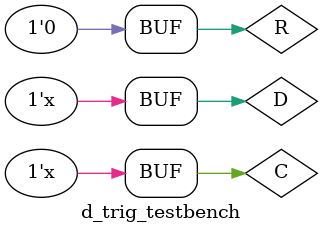
<source format=v>
module d_trig_testbench ( );

    parameter INIT_VAL  = 0;
    parameter RESET_VAL = 1;
    
    reg D, C, R;
    wire Q, notQ;
    
    d_trig #(
        .INIT_VAL(INIT_VAL),
        .RESET_VAL(RESET_VAL)
    )
    d_trig_i (
        .D(D),
        .C(C),
        .R(R),
        .Q(Q),
        .notQ(notQ)
    );
    
    // Clock generation
    always
        #5 C = !C;
        
    // Data generation
    always
        #30 D = !D;
        
    // Simulation
    initial begin
        D = INIT_VAL;
        C = 0;
        R = ~RESET_VAL;
        
        // Reset
        #2 R = RESET_VAL;
        #2 R = ~RESET_VAL;
        
        #40 R = RESET_VAL;
        #2  R = ~RESET_VAL;
    end

endmodule
</source>
